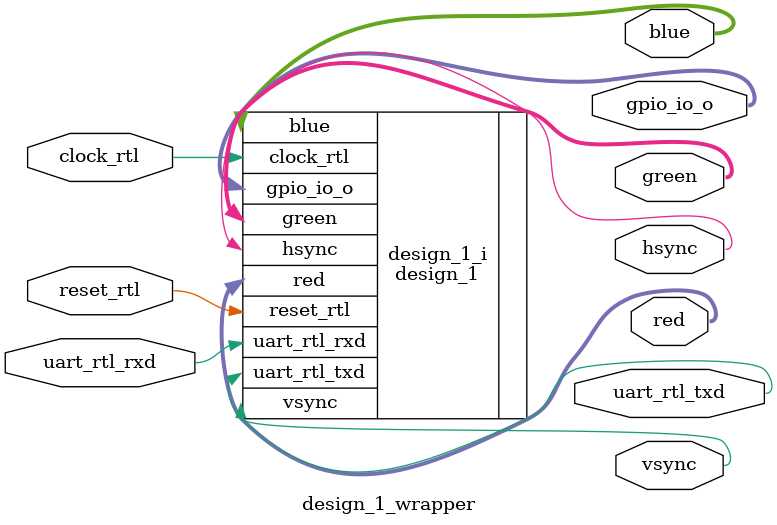
<source format=v>
`timescale 1 ps / 1 ps

module design_1_wrapper
   (blue,
    clock_rtl,
    gpio_io_o,
    green,
    hsync,
    red,
    reset_rtl,
    uart_rtl_rxd,
    uart_rtl_txd,
    vsync);
  output [3:0]blue;
  input clock_rtl;
  output [7:0]gpio_io_o;
  output [3:0]green;
  output hsync;
  output [3:0]red;
  input reset_rtl;
  input uart_rtl_rxd;
  output uart_rtl_txd;
  output vsync;

  wire [3:0]blue;
  wire clock_rtl;
  wire [7:0]gpio_io_o;
  wire [3:0]green;
  wire hsync;
  wire [3:0]red;
  wire reset_rtl;
  wire uart_rtl_rxd;
  wire uart_rtl_txd;
  wire vsync;

  design_1 design_1_i
       (.blue(blue),
        .clock_rtl(clock_rtl),
        .gpio_io_o(gpio_io_o),
        .green(green),
        .hsync(hsync),
        .red(red),
        .reset_rtl(reset_rtl),
        .uart_rtl_rxd(uart_rtl_rxd),
        .uart_rtl_txd(uart_rtl_txd),
        .vsync(vsync));
endmodule

</source>
